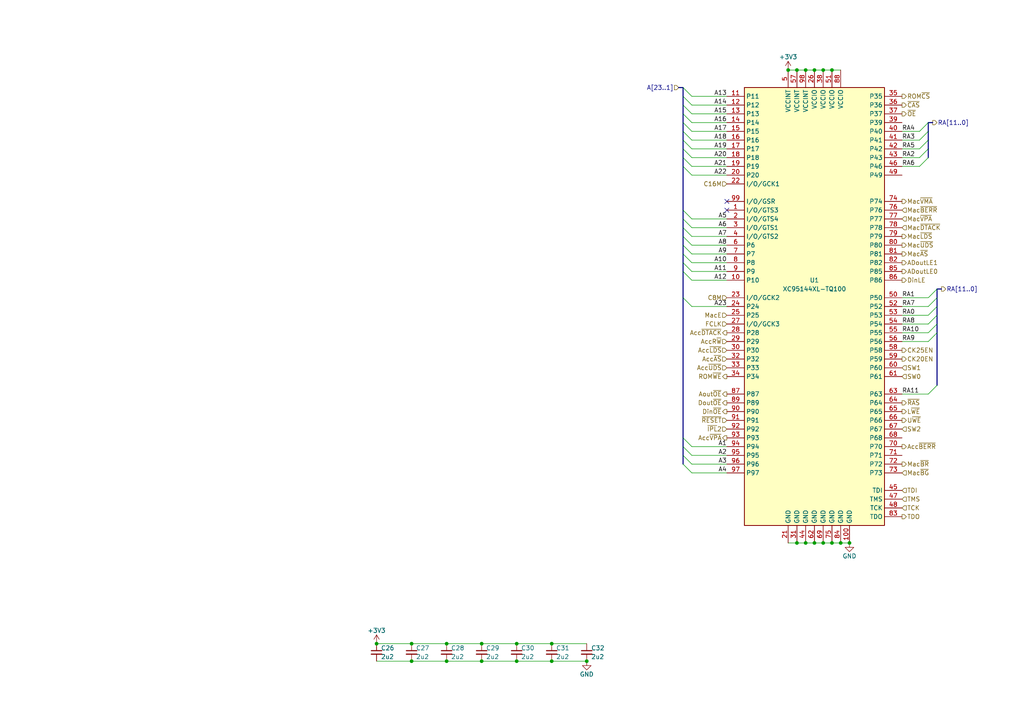
<source format=kicad_sch>
(kicad_sch (version 20211123) (generator eeschema)
  (paper "A4")
  (lib_symbols
    (symbol "CPLD_Xilinx:XC95144XL-TQ100"
      (property "Reference" "U" (at -20.32 64.77 0))
      (property "Value" "XC95144XL-TQ100" (at -20.32 -64.77 0))
      (symbol "XC95144XL-TQ100_1_1"
        (rectangle (start -20.32 63.5) (end 20.32 -63.5) (stroke (width 0.254)) (fill (type background)))
        (pin bidirectional line (at -25.4 27.94 0) (length 5.08) (name "I/O/GTS3") (number "1"))
        (pin bidirectional line (at -25.4 7.62 0) (length 5.08) (name "P10") (number "10"))
        (pin power_in line (at 10.16 -68.58 90) (length 5.08) (name "GND") (number "100"))
        (pin bidirectional line (at -25.4 60.96 0) (length 5.08) (name "P11") (number "11"))
        (pin bidirectional line (at -25.4 58.42 0) (length 5.08) (name "P12") (number "12"))
        (pin bidirectional line (at -25.4 55.88 0) (length 5.08) (name "P13") (number "13"))
        (pin bidirectional line (at -25.4 53.34 0) (length 5.08) (name "P14") (number "14"))
        (pin bidirectional line (at -25.4 50.8 0) (length 5.08) (name "P15") (number "15"))
        (pin bidirectional line (at -25.4 48.26 0) (length 5.08) (name "P16") (number "16"))
        (pin bidirectional line (at -25.4 45.72 0) (length 5.08) (name "P17") (number "17"))
        (pin bidirectional line (at -25.4 43.18 0) (length 5.08) (name "P18") (number "18"))
        (pin bidirectional line (at -25.4 40.64 0) (length 5.08) (name "P19") (number "19"))
        (pin bidirectional line (at -25.4 25.4 0) (length 5.08) (name "I/O/GTS4") (number "2"))
        (pin bidirectional line (at -25.4 38.1 0) (length 5.08) (name "P20") (number "20"))
        (pin power_in line (at -7.62 -68.58 90) (length 5.08) (name "GND") (number "21"))
        (pin bidirectional line (at -25.4 35.56 0) (length 5.08) (name "I/O/GCK1") (number "22"))
        (pin bidirectional line (at -25.4 2.54 0) (length 5.08) (name "I/O/GCK2") (number "23"))
        (pin bidirectional line (at -25.4 0 0) (length 5.08) (name "P24") (number "24"))
        (pin bidirectional line (at -25.4 -2.54 0) (length 5.08) (name "P25") (number "25"))
        (pin power_in line (at 0 68.58 270) (length 5.08) (name "VCCIO") (number "26"))
        (pin bidirectional line (at -25.4 -5.08 0) (length 5.08) (name "I/O/GCK3") (number "27"))
        (pin bidirectional line (at -25.4 -7.62 0) (length 5.08) (name "P28") (number "28"))
        (pin bidirectional line (at -25.4 -10.16 0) (length 5.08) (name "P29") (number "29"))
        (pin bidirectional line (at -25.4 22.86 0) (length 5.08) (name "I/O/GTS1") (number "3"))
        (pin bidirectional line (at -25.4 -12.7 0) (length 5.08) (name "P30") (number "30"))
        (pin power_in line (at -5.08 -68.58 90) (length 5.08) (name "GND") (number "31"))
        (pin bidirectional line (at -25.4 -15.24 0) (length 5.08) (name "P32") (number "32"))
        (pin bidirectional line (at -25.4 -17.78 0) (length 5.08) (name "P33") (number "33"))
        (pin bidirectional line (at -25.4 -20.32 0) (length 5.08) (name "P34") (number "34"))
        (pin bidirectional line (at 25.4 60.96 180) (length 5.08) (name "P35") (number "35"))
        (pin bidirectional line (at 25.4 58.42 180) (length 5.08) (name "P36") (number "36"))
        (pin bidirectional line (at 25.4 55.88 180) (length 5.08) (name "P37") (number "37"))
        (pin power_in line (at 2.54 68.58 270) (length 5.08) (name "VCCIO") (number "38"))
        (pin bidirectional line (at 25.4 53.34 180) (length 5.08) (name "P39") (number "39"))
        (pin bidirectional line (at -25.4 20.32 0) (length 5.08) (name "I/O/GTS2") (number "4"))
        (pin bidirectional line (at 25.4 50.8 180) (length 5.08) (name "P40") (number "40"))
        (pin bidirectional line (at 25.4 48.26 180) (length 5.08) (name "P41") (number "41"))
        (pin bidirectional line (at 25.4 45.72 180) (length 5.08) (name "P42") (number "42"))
        (pin bidirectional line (at 25.4 43.18 180) (length 5.08) (name "P43") (number "43"))
        (pin power_in line (at -2.54 -68.58 90) (length 5.08) (name "GND") (number "44"))
        (pin input line (at 25.4 -53.34 180) (length 5.08) (name "TDI") (number "45"))
        (pin bidirectional line (at 25.4 40.64 180) (length 5.08) (name "P46") (number "46"))
        (pin input line (at 25.4 -55.88 180) (length 5.08) (name "TMS") (number "47"))
        (pin input line (at 25.4 -58.42 180) (length 5.08) (name "TCK") (number "48"))
        (pin bidirectional line (at 25.4 38.1 180) (length 5.08) (name "P49") (number "49"))
        (pin power_in line (at -7.62 68.58 270) (length 5.08) (name "VCCINT") (number "5"))
        (pin bidirectional line (at 25.4 2.54 180) (length 5.08) (name "P50") (number "50"))
        (pin power_in line (at 5.08 68.58 270) (length 5.08) (name "VCCIO") (number "51"))
        (pin bidirectional line (at 25.4 0 180) (length 5.08) (name "P52") (number "52"))
        (pin bidirectional line (at 25.4 -2.54 180) (length 5.08) (name "P53") (number "53"))
        (pin bidirectional line (at 25.4 -5.08 180) (length 5.08) (name "P54") (number "54"))
        (pin bidirectional line (at 25.4 -7.62 180) (length 5.08) (name "P55") (number "55"))
        (pin bidirectional line (at 25.4 -10.16 180) (length 5.08) (name "P56") (number "56"))
        (pin power_in line (at -5.08 68.58 270) (length 5.08) (name "VCCINT") (number "57"))
        (pin bidirectional line (at 25.4 -12.7 180) (length 5.08) (name "P58") (number "58"))
        (pin bidirectional line (at 25.4 -15.24 180) (length 5.08) (name "P59") (number "59"))
        (pin bidirectional line (at -25.4 17.78 0) (length 5.08) (name "P6") (number "6"))
        (pin bidirectional line (at 25.4 -17.78 180) (length 5.08) (name "P60") (number "60"))
        (pin bidirectional line (at 25.4 -20.32 180) (length 5.08) (name "P61") (number "61"))
        (pin power_in line (at 0 -68.58 90) (length 5.08) (name "GND") (number "62"))
        (pin bidirectional line (at 25.4 -25.4 180) (length 5.08) (name "P63") (number "63"))
        (pin bidirectional line (at 25.4 -27.94 180) (length 5.08) (name "P64") (number "64"))
        (pin bidirectional line (at 25.4 -30.48 180) (length 5.08) (name "P65") (number "65"))
        (pin bidirectional line (at 25.4 -33.02 180) (length 5.08) (name "P66") (number "66"))
        (pin bidirectional line (at 25.4 -35.56 180) (length 5.08) (name "P67") (number "67"))
        (pin bidirectional line (at 25.4 -38.1 180) (length 5.08) (name "P68") (number "68"))
        (pin power_in line (at 2.54 -68.58 90) (length 5.08) (name "GND") (number "69"))
        (pin bidirectional line (at -25.4 15.24 0) (length 5.08) (name "P7") (number "7"))
        (pin bidirectional line (at 25.4 -40.64 180) (length 5.08) (name "P70") (number "70"))
        (pin bidirectional line (at 25.4 -43.18 180) (length 5.08) (name "P71") (number "71"))
        (pin bidirectional line (at 25.4 -45.72 180) (length 5.08) (name "P72") (number "72"))
        (pin bidirectional line (at 25.4 -48.26 180) (length 5.08) (name "P73") (number "73"))
        (pin bidirectional line (at 25.4 30.48 180) (length 5.08) (name "P74") (number "74"))
        (pin power_in line (at 5.08 -68.58 90) (length 5.08) (name "GND") (number "75"))
        (pin bidirectional line (at 25.4 27.94 180) (length 5.08) (name "P76") (number "76"))
        (pin bidirectional line (at 25.4 25.4 180) (length 5.08) (name "P77") (number "77"))
        (pin bidirectional line (at 25.4 22.86 180) (length 5.08) (name "P78") (number "78"))
        (pin bidirectional line (at 25.4 20.32 180) (length 5.08) (name "P79") (number "79"))
        (pin bidirectional line (at -25.4 12.7 0) (length 5.08) (name "P8") (number "8"))
        (pin bidirectional line (at 25.4 17.78 180) (length 5.08) (name "P80") (number "80"))
        (pin bidirectional line (at 25.4 15.24 180) (length 5.08) (name "P81") (number "81"))
        (pin bidirectional line (at 25.4 12.7 180) (length 5.08) (name "P82") (number "82"))
        (pin output line (at 25.4 -60.96 180) (length 5.08) (name "TDO") (number "83"))
        (pin power_in line (at 7.62 -68.58 90) (length 5.08) (name "GND") (number "84"))
        (pin bidirectional line (at 25.4 10.16 180) (length 5.08) (name "P85") (number "85"))
        (pin bidirectional line (at 25.4 7.62 180) (length 5.08) (name "P86") (number "86"))
        (pin bidirectional line (at -25.4 -25.4 0) (length 5.08) (name "P87") (number "87"))
        (pin power_in line (at 7.62 68.58 270) (length 5.08) (name "VCCIO") (number "88"))
        (pin bidirectional line (at -25.4 -27.94 0) (length 5.08) (name "P89") (number "89"))
        (pin bidirectional line (at -25.4 10.16 0) (length 5.08) (name "P9") (number "9"))
        (pin bidirectional line (at -25.4 -30.48 0) (length 5.08) (name "P90") (number "90"))
        (pin bidirectional line (at -25.4 -33.02 0) (length 5.08) (name "P91") (number "91"))
        (pin bidirectional line (at -25.4 -35.56 0) (length 5.08) (name "P92") (number "92"))
        (pin bidirectional line (at -25.4 -38.1 0) (length 5.08) (name "P93") (number "93"))
        (pin bidirectional line (at -25.4 -40.64 0) (length 5.08) (name "P94") (number "94"))
        (pin bidirectional line (at -25.4 -43.18 0) (length 5.08) (name "P95") (number "95"))
        (pin bidirectional line (at -25.4 -45.72 0) (length 5.08) (name "P96") (number "96"))
        (pin bidirectional line (at -25.4 -48.26 0) (length 5.08) (name "P97") (number "97"))
        (pin power_in line (at -2.54 68.58 270) (length 5.08) (name "VCCINT") (number "98"))
        (pin bidirectional line (at -25.4 30.48 0) (length 5.08) (name "I/O/GSR") (number "99"))
      )
    )
    (symbol "Device:C_Small" (pin_numbers hide) (pin_names (offset 0.254) hide)
      (property "Reference" "C" (at 0.254 1.778 0))
      (property "Value" "C_Small" (at 0.254 -2.032 0))
      (symbol "C_Small_0_1"
        (polyline (pts (xy -1.524 -0.508) (xy 1.524 -0.508)) (stroke (width 0.3302)))
        (polyline (pts (xy -1.524 0.508) (xy 1.524 0.508)) (stroke (width 0.3048)))
      )
      (symbol "C_Small_1_1"
        (pin passive line (at 0 2.54 270) (length 2.032) (name "~") (number "1"))
        (pin passive line (at 0 -2.54 90) (length 2.032) (name "~") (number "2"))
      )
    )
    (symbol "power:+3V3" (power) (pin_names (offset 0))
      (property "Value" "+3V3" (at 0 3.556 0))
      (symbol "+3V3_0_1"
        (polyline (pts (xy -0.762 1.27) (xy 0 2.54)))
        (polyline (pts (xy 0 0) (xy 0 2.54)))
        (polyline (pts (xy 0 2.54) (xy 0.762 1.27)))
      )
      (symbol "+3V3_1_1"
        (pin power_in line (at 0 0 90) (length 0) hide (name "+3V3") (number "1"))
      )
    )
    (symbol "power:GND" (power) (pin_names (offset 0))
      (property "Value" "GND" (at 0 -3.81 0))
      (symbol "GND_0_1"
        (polyline (pts (xy 0 0) (xy 0 -1.27) (xy 1.27 -1.27) (xy 0 -2.54) (xy -1.27 -1.27) (xy 0 -1.27)))
      )
      (symbol "GND_1_1"
        (pin power_in line (at 0 0 270) (length 0) hide (name "GND") (number "1"))
      )
    )
  )
  (junction (at 119.38 191.77))
  (junction (at 243.84 157.48))
  (junction (at 129.54 191.77))
  (junction (at 231.14 157.48))
  (junction (at 228.6 20.32))
  (junction (at 139.7 191.77))
  (junction (at 139.7 186.69))
  (junction (at 238.76 157.48))
  (junction (at 233.68 157.48))
  (junction (at 119.38 186.69))
  (junction (at 236.22 20.32))
  (junction (at 160.02 186.69))
  (junction (at 233.68 20.32))
  (junction (at 109.22 186.69))
  (junction (at 246.38 157.48))
  (junction (at 238.76 20.32))
  (junction (at 231.14 20.32))
  (junction (at 149.86 191.77))
  (junction (at 241.3 157.48))
  (junction (at 149.86 186.69))
  (junction (at 236.22 157.48))
  (junction (at 170.18 191.77))
  (junction (at 160.02 191.77))
  (junction (at 129.54 186.69))
  (junction (at 241.3 20.32))
  (no_connect (at 210.82 60.96))
  (no_connect (at 210.82 58.42))
  (bus_entry (at 198.12 63.5) (size 2.54 2.54))
  (bus_entry (at 198.12 129.54) (size 2.54 2.54))
  (bus_entry (at 198.12 71.12) (size 2.54 2.54))
  (bus_entry (at 198.12 27.94) (size 2.54 2.54))
  (bus_entry (at 198.12 35.56) (size 2.54 2.54))
  (bus_entry (at 271.78 93.98) (size -2.54 2.54))
  (bus_entry (at 269.24 43.18) (size -2.54 2.54))
  (bus_entry (at 198.12 25.4) (size 2.54 2.54))
  (bus_entry (at 198.12 30.48) (size 2.54 2.54))
  (bus_entry (at 198.12 45.72) (size 2.54 2.54))
  (bus_entry (at 271.78 96.52) (size -2.54 2.54))
  (bus_entry (at 198.12 48.26) (size 2.54 2.54))
  (bus_entry (at 269.24 45.72) (size -2.54 2.54))
  (bus_entry (at 271.78 88.9) (size -2.54 2.54))
  (bus_entry (at 198.12 73.66) (size 2.54 2.54))
  (bus_entry (at 271.78 83.82) (size -2.54 2.54))
  (bus_entry (at 269.24 38.1) (size -2.54 2.54))
  (bus_entry (at 269.24 35.56) (size -2.54 2.54))
  (bus_entry (at 198.12 86.36) (size 2.54 2.54))
  (bus_entry (at 198.12 127) (size 2.54 2.54))
  (bus_entry (at 198.12 78.74) (size 2.54 2.54))
  (bus_entry (at 198.12 76.2) (size 2.54 2.54))
  (bus_entry (at 198.12 68.58) (size 2.54 2.54))
  (bus_entry (at 198.12 33.02) (size 2.54 2.54))
  (bus_entry (at 198.12 40.64) (size 2.54 2.54))
  (bus_entry (at 269.24 40.64) (size -2.54 2.54))
  (bus_entry (at 198.12 132.08) (size 2.54 2.54))
  (bus_entry (at 198.12 38.1) (size 2.54 2.54))
  (bus_entry (at 271.78 91.44) (size -2.54 2.54))
  (bus_entry (at 198.12 134.62) (size 2.54 2.54))
  (bus_entry (at 198.12 60.96) (size 2.54 2.54))
  (bus_entry (at 271.78 111.76) (size -2.54 2.54))
  (bus_entry (at 271.78 86.36) (size -2.54 2.54))
  (bus_entry (at 198.12 66.04) (size 2.54 2.54))
  (bus_entry (at 198.12 43.18) (size 2.54 2.54))
  (wire (pts (xy 261.62 93.98) (xy 269.24 93.98)))
  (wire (pts (xy 261.62 43.18) (xy 266.7 43.18)))
  (wire (pts (xy 233.68 20.32) (xy 236.22 20.32)))
  (bus (pts (xy 198.12 127) (xy 198.12 129.54)))
  (bus (pts (xy 198.12 27.94) (xy 198.12 30.48)))
  (bus (pts (xy 198.12 38.1) (xy 198.12 40.64)))
  (wire (pts (xy 210.82 33.02) (xy 200.66 33.02)))
  (wire (pts (xy 210.82 35.56) (xy 200.66 35.56)))
  (wire (pts (xy 236.22 20.32) (xy 238.76 20.32)))
  (wire (pts (xy 210.82 45.72) (xy 200.66 45.72)))
  (bus (pts (xy 198.12 73.66) (xy 198.12 76.2)))
  (wire (pts (xy 109.22 186.69) (xy 119.38 186.69)))
  (bus (pts (xy 271.78 96.52) (xy 271.78 111.76)))
  (wire (pts (xy 210.82 50.8) (xy 200.66 50.8)))
  (wire (pts (xy 210.82 81.28) (xy 200.66 81.28)))
  (wire (pts (xy 210.82 76.2) (xy 200.66 76.2)))
  (wire (pts (xy 119.38 186.69) (xy 129.54 186.69)))
  (bus (pts (xy 198.12 48.26) (xy 198.12 60.96)))
  (bus (pts (xy 198.12 25.4) (xy 196.85 25.4)))
  (bus (pts (xy 198.12 71.12) (xy 198.12 73.66)))
  (wire (pts (xy 210.82 30.48) (xy 200.66 30.48)))
  (wire (pts (xy 210.82 48.26) (xy 200.66 48.26)))
  (bus (pts (xy 271.78 83.82) (xy 271.78 86.36)))
  (wire (pts (xy 160.02 186.69) (xy 170.18 186.69)))
  (bus (pts (xy 198.12 45.72) (xy 198.12 48.26)))
  (bus (pts (xy 198.12 40.64) (xy 198.12 43.18)))
  (wire (pts (xy 210.82 78.74) (xy 200.66 78.74)))
  (wire (pts (xy 261.62 38.1) (xy 266.7 38.1)))
  (bus (pts (xy 269.24 35.56) (xy 269.24 38.1)))
  (wire (pts (xy 200.66 137.16) (xy 210.82 137.16)))
  (bus (pts (xy 269.24 40.64) (xy 269.24 43.18)))
  (bus (pts (xy 198.12 25.4) (xy 198.12 27.94)))
  (wire (pts (xy 139.7 191.77) (xy 149.86 191.77)))
  (bus (pts (xy 271.78 86.36) (xy 271.78 88.9)))
  (wire (pts (xy 210.82 38.1) (xy 200.66 38.1)))
  (wire (pts (xy 269.24 96.52) (xy 261.62 96.52)))
  (bus (pts (xy 198.12 43.18) (xy 198.12 45.72)))
  (bus (pts (xy 198.12 33.02) (xy 198.12 35.56)))
  (bus (pts (xy 269.24 38.1) (xy 269.24 40.64)))
  (wire (pts (xy 210.82 40.64) (xy 200.66 40.64)))
  (wire (pts (xy 238.76 157.48) (xy 236.22 157.48)))
  (bus (pts (xy 198.12 60.96) (xy 198.12 63.5)))
  (wire (pts (xy 210.82 66.04) (xy 200.66 66.04)))
  (wire (pts (xy 261.62 88.9) (xy 269.24 88.9)))
  (wire (pts (xy 261.62 99.06) (xy 269.24 99.06)))
  (wire (pts (xy 129.54 186.69) (xy 139.7 186.69)))
  (wire (pts (xy 261.62 45.72) (xy 266.7 45.72)))
  (wire (pts (xy 160.02 191.77) (xy 170.18 191.77)))
  (wire (pts (xy 210.82 68.58) (xy 200.66 68.58)))
  (wire (pts (xy 139.7 186.69) (xy 149.86 186.69)))
  (wire (pts (xy 261.62 40.64) (xy 266.7 40.64)))
  (bus (pts (xy 198.12 63.5) (xy 198.12 66.04)))
  (bus (pts (xy 198.12 68.58) (xy 198.12 71.12)))
  (wire (pts (xy 149.86 186.69) (xy 160.02 186.69)))
  (wire (pts (xy 261.62 48.26) (xy 266.7 48.26)))
  (wire (pts (xy 149.86 191.77) (xy 160.02 191.77)))
  (bus (pts (xy 198.12 132.08) (xy 198.12 134.62)))
  (bus (pts (xy 198.12 78.74) (xy 198.12 86.36)))
  (bus (pts (xy 198.12 35.56) (xy 198.12 38.1)))
  (wire (pts (xy 236.22 157.48) (xy 233.68 157.48)))
  (wire (pts (xy 243.84 157.48) (xy 241.3 157.48)))
  (wire (pts (xy 210.82 43.18) (xy 200.66 43.18)))
  (wire (pts (xy 200.66 129.54) (xy 210.82 129.54)))
  (wire (pts (xy 119.38 191.77) (xy 129.54 191.77)))
  (wire (pts (xy 210.82 71.12) (xy 200.66 71.12)))
  (wire (pts (xy 109.22 191.77) (xy 119.38 191.77)))
  (wire (pts (xy 261.62 86.36) (xy 269.24 86.36)))
  (bus (pts (xy 269.24 43.18) (xy 269.24 45.72)))
  (bus (pts (xy 271.78 88.9) (xy 271.78 91.44)))
  (bus (pts (xy 198.12 129.54) (xy 198.12 132.08)))
  (bus (pts (xy 198.12 86.36) (xy 198.12 127)))
  (wire (pts (xy 210.82 63.5) (xy 200.66 63.5)))
  (wire (pts (xy 200.66 132.08) (xy 210.82 132.08)))
  (wire (pts (xy 200.66 134.62) (xy 210.82 134.62)))
  (wire (pts (xy 269.24 91.44) (xy 261.62 91.44)))
  (wire (pts (xy 210.82 27.94) (xy 200.66 27.94)))
  (wire (pts (xy 233.68 157.48) (xy 231.14 157.48)))
  (wire (pts (xy 241.3 157.48) (xy 238.76 157.48)))
  (bus (pts (xy 198.12 76.2) (xy 198.12 78.74)))
  (bus (pts (xy 198.12 30.48) (xy 198.12 33.02)))
  (wire (pts (xy 261.62 114.3) (xy 269.24 114.3)))
  (bus (pts (xy 269.24 35.56) (xy 270.51 35.56)))
  (bus (pts (xy 271.78 91.44) (xy 271.78 93.98)))
  (wire (pts (xy 238.76 20.32) (xy 241.3 20.32)))
  (wire (pts (xy 210.82 88.9) (xy 200.66 88.9)))
  (wire (pts (xy 241.3 20.32) (xy 243.84 20.32)))
  (wire (pts (xy 228.6 20.32) (xy 231.14 20.32)))
  (wire (pts (xy 231.14 157.48) (xy 228.6 157.48)))
  (wire (pts (xy 246.38 157.48) (xy 243.84 157.48)))
  (wire (pts (xy 129.54 191.77) (xy 139.7 191.77)))
  (wire (pts (xy 210.82 73.66) (xy 200.66 73.66)))
  (bus (pts (xy 271.78 83.82) (xy 273.05 83.82)))
  (bus (pts (xy 271.78 93.98) (xy 271.78 96.52)))
  (bus (pts (xy 198.12 66.04) (xy 198.12 68.58)))
  (wire (pts (xy 231.14 20.32) (xy 233.68 20.32)))
  (label "RA11" (at 261.62 114.3 0))
  (label "A8" (at 210.82 71.12 180))
  (label "A23" (at 210.82 88.9 180))
  (label "A5" (at 210.82 63.5 180))
  (label "RA2" (at 261.62 45.72 0))
  (label "A15" (at 210.82 33.02 180))
  (label "RA10" (at 261.62 96.52 0))
  (label "RA1" (at 261.62 86.36 0))
  (label "A17" (at 210.82 38.1 180))
  (label "RA4" (at 261.62 38.1 0))
  (label "A16" (at 210.82 35.56 180))
  (label "A7" (at 210.82 68.58 180))
  (label "A10" (at 210.82 76.2 180))
  (label "A9" (at 210.82 73.66 180))
  (label "A21" (at 210.82 48.26 180))
  (label "RA3" (at 261.62 40.64 0))
  (label "A20" (at 210.82 45.72 180))
  (label "A3" (at 210.82 134.62 180))
  (label "A13" (at 210.82 27.94 180))
  (label "A22" (at 210.82 50.8 180))
  (label "RA6" (at 261.62 48.26 0))
  (label "A14" (at 210.82 30.48 180))
  (label "RA7" (at 261.62 88.9 0))
  (label "A11" (at 210.82 78.74 180))
  (label "A18" (at 210.82 40.64 180))
  (label "A6" (at 210.82 66.04 180))
  (label "RA0" (at 261.62 91.44 0))
  (label "RA8" (at 261.62 93.98 0))
  (label "RA9" (at 261.62 99.06 0))
  (label "A1" (at 210.82 129.54 180))
  (label "A4" (at 210.82 137.16 180))
  (label "A2" (at 210.82 132.08 180))
  (label "A12" (at 210.82 81.28 180))
  (label "A19" (at 210.82 43.18 180))
  (label "RA5" (at 261.62 43.18 0))
  (hierarchical_label "A[23..1]" (shape input) (at 196.85 25.4 180))
  (hierarchical_label "Dout~{OE}" (shape output) (at 210.82 116.84 180))
  (hierarchical_label "AccR~{W}" (shape input) (at 210.82 99.06 180))
  (hierarchical_label "TCK" (shape input) (at 261.62 147.32 0))
  (hierarchical_label "ROM~{WE}" (shape output) (at 210.82 109.22 180))
  (hierarchical_label "~{RAS}" (shape output) (at 261.62 116.84 0))
  (hierarchical_label "SW1" (shape input) (at 261.62 106.68 0))
  (hierarchical_label "Mac~{BG}" (shape input) (at 261.62 137.16 0))
  (hierarchical_label "Acc~{UDS}" (shape input) (at 210.82 106.68 180))
  (hierarchical_label "Din~{OE}" (shape output) (at 210.82 119.38 180))
  (hierarchical_label "L~{WE}" (shape output) (at 261.62 119.38 0))
  (hierarchical_label "TDO" (shape output) (at 261.62 149.86 0))
  (hierarchical_label "Mac~{DTACK}" (shape input) (at 261.62 66.04 0))
  (hierarchical_label "TDI" (shape input) (at 261.62 142.24 0))
  (hierarchical_label "Mac~{VMA}" (shape output) (at 261.62 58.42 0))
  (hierarchical_label "~{OE}" (shape output) (at 261.62 33.02 0))
  (hierarchical_label "ADoutLE1" (shape output) (at 261.62 76.2 0))
  (hierarchical_label "Mac~{UDS}" (shape output) (at 261.62 71.12 0))
  (hierarchical_label "ADoutLE0" (shape output) (at 261.62 78.74 0))
  (hierarchical_label "Acc~{AS}" (shape input) (at 210.82 104.14 180))
  (hierarchical_label "Acc~{VPA}" (shape output) (at 210.82 127 180))
  (hierarchical_label "DinLE" (shape output) (at 261.62 81.28 0))
  (hierarchical_label "C8M" (shape input) (at 210.82 86.36 180))
  (hierarchical_label "CK25EN" (shape output) (at 261.62 101.6 0))
  (hierarchical_label "ROM~{CS}" (shape output) (at 261.62 27.94 0))
  (hierarchical_label "TMS" (shape input) (at 261.62 144.78 0))
  (hierarchical_label "~{IPL}2" (shape input) (at 210.82 124.46 180))
  (hierarchical_label "Mac~{BERR}" (shape input) (at 261.62 60.96 0))
  (hierarchical_label "Acc~{LDS}" (shape input) (at 210.82 101.6 180))
  (hierarchical_label "Acc~{DTACK}" (shape output) (at 210.82 96.52 180))
  (hierarchical_label "CK20EN" (shape output) (at 261.62 104.14 0))
  (hierarchical_label "C16M" (shape input) (at 210.82 53.34 180))
  (hierarchical_label "FCLK" (shape input) (at 210.82 93.98 180))
  (hierarchical_label "Mac~{VPA}" (shape input) (at 261.62 63.5 0))
  (hierarchical_label "MacE" (shape input) (at 210.82 91.44 180))
  (hierarchical_label "Mac~{BR}" (shape output) (at 261.62 134.62 0))
  (hierarchical_label "Mac~{AS}" (shape output) (at 261.62 73.66 0))
  (hierarchical_label "~{CAS}" (shape output) (at 261.62 30.48 0))
  (hierarchical_label "Aout~{OE}" (shape output) (at 210.82 114.3 180))
  (hierarchical_label "RA[11..0]" (shape output) (at 270.51 35.56 0))
  (hierarchical_label "SW2" (shape input) (at 261.62 124.46 0))
  (hierarchical_label "Acc~{BERR}" (shape output) (at 261.62 129.54 0))
  (hierarchical_label "~{RESET}" (shape input) (at 210.82 121.92 180))
  (hierarchical_label "U~{WE}" (shape output) (at 261.62 121.92 0))
  (hierarchical_label "SW0" (shape input) (at 261.62 109.22 0))
  (hierarchical_label "RA[11..0]" (shape output) (at 273.05 83.82 0))
  (hierarchical_label "Mac~{LDS}" (shape output) (at 261.62 68.58 0))
  (symbol (lib_id "Device:C_Small") (at 119.38 189.23 0) (unit 1)
    (property "Reference" "C27" (at 120.65 187.96 0) (effects (justify left)))
    (property "Value" "2u2" (at 120.65 190.5 0) (effects (justify left)))
    (property "Footprint" "stdpads:C_0603" (effects hide))
    (property "LCSC Part" "C23630" (effects hide))
  )
  (symbol (lib_id "Device:C_Small") (at 129.54 189.23 0) (unit 1)
    (property "Reference" "C28" (at 130.81 187.96 0) (effects (justify left)))
    (property "Value" "2u2" (at 130.81 190.5 0) (effects (justify left)))
    (property "Footprint" "stdpads:C_0603" (effects hide))
    (property "LCSC Part" "C23630" (effects hide))
  )
  (symbol (lib_id "Device:C_Small") (at 139.7 189.23 0) (unit 1)
    (property "Reference" "C29" (at 140.97 187.96 0) (effects (justify left)))
    (property "Value" "2u2" (at 140.97 190.5 0) (effects (justify left)))
    (property "Footprint" "stdpads:C_0603" (effects hide))
    (property "LCSC Part" "C23630" (effects hide))
  )
  (symbol (lib_id "power:+3V3") (at 109.22 186.69 0) (unit 1)
    (property "Reference" "#PWR0158" (effects hide))
    (property "Value" "+3V3" (at 109.22 182.88 0))
  )
  (symbol (lib_id "Device:C_Small") (at 109.22 189.23 0) (unit 1)
    (property "Reference" "C26" (at 110.49 187.96 0) (effects (justify left)))
    (property "Value" "2u2" (at 110.49 190.5 0) (effects (justify left)))
    (property "Footprint" "stdpads:C_0603" (effects hide))
    (property "LCSC Part" "C23630" (effects hide))
  )
  (symbol (lib_id "Device:C_Small") (at 160.02 189.23 0) (unit 1)
    (property "Reference" "C31" (at 161.29 187.96 0) (effects (justify left)))
    (property "Value" "2u2" (at 161.29 190.5 0) (effects (justify left)))
    (property "Footprint" "stdpads:C_0603" (effects hide))
    (property "LCSC Part" "C23630" (effects hide))
  )
  (symbol (lib_id "Device:C_Small") (at 149.86 189.23 0) (unit 1)
    (property "Reference" "C30" (at 151.13 187.96 0) (effects (justify left)))
    (property "Value" "2u2" (at 151.13 190.5 0) (effects (justify left)))
    (property "Footprint" "stdpads:C_0603" (effects hide))
    (property "LCSC Part" "C23630" (effects hide))
  )
  (symbol (lib_id "power:GND") (at 170.18 191.77 0) (mirror y) (unit 1)
    (property "Reference" "#PWR0159" (effects hide))
    (property "Value" "GND" (at 170.18 195.58 0))
  )
  (symbol (lib_id "Device:C_Small") (at 170.18 189.23 0) (unit 1)
    (property "Reference" "C32" (at 171.45 187.96 0) (effects (justify left)))
    (property "Value" "2u2" (at 171.45 190.5 0) (effects (justify left)))
    (property "Footprint" "stdpads:C_0603" (effects hide))
    (property "LCSC Part" "C23630" (effects hide))
  )
  (symbol (lib_id "power:+3V3") (at 228.6 20.32 0) (unit 1)
    (property "Reference" "#PWR0160" (effects hide))
    (property "Value" "+3V3" (at 228.6 16.51 0))
  )
  (symbol (lib_id "power:GND") (at 246.38 157.48 0) (unit 1)
    (property "Reference" "#PWR0161" (effects hide))
    (property "Value" "GND" (at 246.38 161.29 0))
  )
  (symbol (lib_id "CPLD_Xilinx:XC95144XL-TQ100") (at 236.22 88.9 0) (unit 1)
    (property "Reference" "U1" (at 236.22 81.28 0))
    (property "Value" "XC95144XL-TQ100" (at 236.22 83.82 0))
    (property "Footprint" "stdpads:TQFP-100_14x14mm_P0.5mm" (effects hide))
    (property "Datasheet" "https://www.xilinx.com/support/documentation/data_sheets/ds056.pdf" (effects hide))
    (property "LCSC Part" "C45126" (effects hide))
  )
)
</source>
